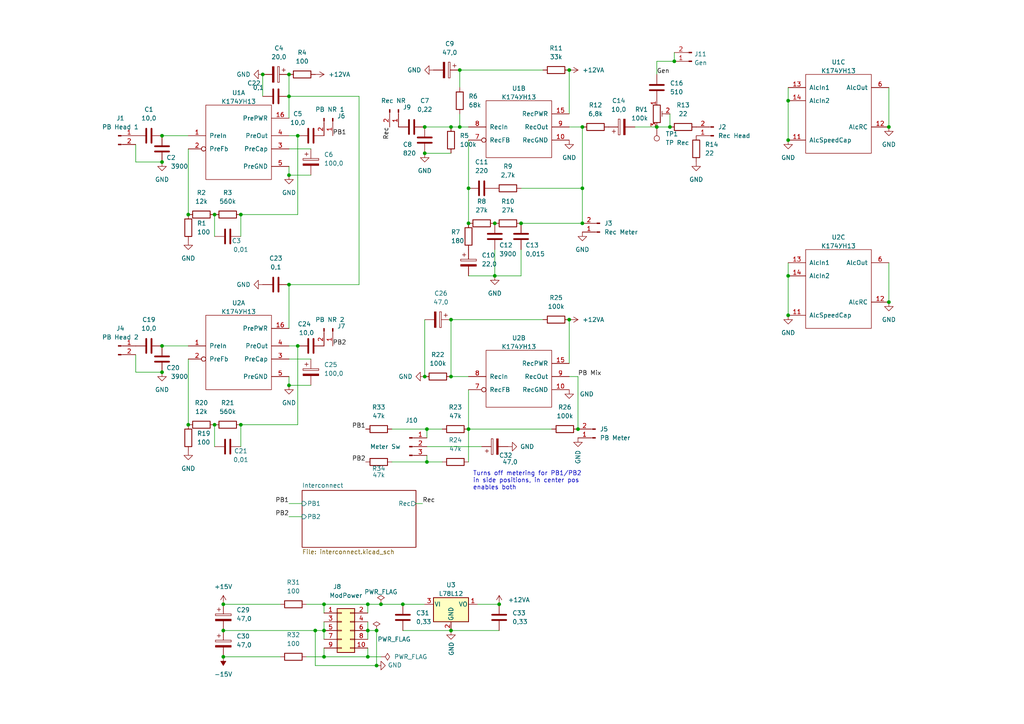
<source format=kicad_sch>
(kicad_sch (version 20211123) (generator eeschema)
  (paper "A4")
  (lib_symbols
    (symbol "Connector:Conn_01x02_Male" (pin_names (offset 1.016) hide)
      (property "Reference" "J" (at 0 2.54 0))
      (property "Value" "Conn_01x02_Male" (at 0 -5.08 0))
      (symbol "Conn_01x02_Male_1_1"
        (polyline (pts (xy 1.27 -2.54) (xy 0.8636 -2.54)) (stroke (width 0.1524)))
        (polyline (pts (xy 1.27 0) (xy 0.8636 0)) (stroke (width 0.1524)))
        (rectangle (start 0.8636 -2.413) (end 0 -2.667) (stroke (width 0.1524)) (fill (type outline)))
        (rectangle (start 0.8636 0.127) (end 0 -0.127) (stroke (width 0.1524)) (fill (type outline)))
        (pin passive line (at 5.08 0 180) (length 3.81) (name "Pin_1") (number "1"))
        (pin passive line (at 5.08 -2.54 180) (length 3.81) (name "Pin_2") (number "2"))
      )
    )
    (symbol "Connector:Conn_01x03_Male" (pin_names (offset 1.016) hide)
      (property "Reference" "J" (at 0 5.08 0))
      (property "Value" "Conn_01x03_Male" (at 0 -5.08 0))
      (symbol "Conn_01x03_Male_1_1"
        (polyline (pts (xy 1.27 -2.54) (xy 0.8636 -2.54)) (stroke (width 0.1524)))
        (polyline (pts (xy 1.27 0) (xy 0.8636 0)) (stroke (width 0.1524)))
        (polyline (pts (xy 1.27 2.54) (xy 0.8636 2.54)) (stroke (width 0.1524)))
        (rectangle (start 0.8636 -2.413) (end 0 -2.667) (stroke (width 0.1524)) (fill (type outline)))
        (rectangle (start 0.8636 0.127) (end 0 -0.127) (stroke (width 0.1524)) (fill (type outline)))
        (rectangle (start 0.8636 2.667) (end 0 2.413) (stroke (width 0.1524)) (fill (type outline)))
        (pin passive line (at 5.08 2.54 180) (length 3.81) (name "Pin_1") (number "1"))
        (pin passive line (at 5.08 0 180) (length 3.81) (name "Pin_2") (number "2"))
        (pin passive line (at 5.08 -2.54 180) (length 3.81) (name "Pin_3") (number "3"))
      )
    )
    (symbol "Connector:TestPoint" (pin_numbers hide) (pin_names (offset 0.762) hide)
      (property "Reference" "TP" (at 0 6.858 0))
      (property "Value" "TestPoint" (at 0 5.08 0))
      (symbol "TestPoint_0_1"
        (circle (center 0 3.302) (radius 0.762))
      )
      (symbol "TestPoint_1_1"
        (pin passive line (at 0 0 90) (length 2.54) (name "1") (number "1"))
      )
    )
    (symbol "Connector_Generic:Conn_02x05_Odd_Even" (pin_names (offset 1.016) hide)
      (property "Reference" "J" (at 1.27 7.62 0))
      (property "Value" "Conn_02x05_Odd_Even" (at 1.27 -7.62 0))
      (symbol "Conn_02x05_Odd_Even_1_1"
        (rectangle (start -1.27 -4.953) (end 0 -5.207) (stroke (width 0.1524)))
        (rectangle (start -1.27 -2.413) (end 0 -2.667) (stroke (width 0.1524)))
        (rectangle (start -1.27 0.127) (end 0 -0.127) (stroke (width 0.1524)))
        (rectangle (start -1.27 2.667) (end 0 2.413) (stroke (width 0.1524)))
        (rectangle (start -1.27 5.207) (end 0 4.953) (stroke (width 0.1524)))
        (rectangle (start -1.27 6.35) (end 3.81 -6.35) (stroke (width 0.254)) (fill (type background)))
        (rectangle (start 3.81 -4.953) (end 2.54 -5.207) (stroke (width 0.1524)))
        (rectangle (start 3.81 -2.413) (end 2.54 -2.667) (stroke (width 0.1524)))
        (rectangle (start 3.81 0.127) (end 2.54 -0.127) (stroke (width 0.1524)))
        (rectangle (start 3.81 2.667) (end 2.54 2.413) (stroke (width 0.1524)))
        (rectangle (start 3.81 5.207) (end 2.54 4.953) (stroke (width 0.1524)))
        (pin passive line (at -5.08 5.08 0) (length 3.81) (name "Pin_1") (number "1"))
        (pin passive line (at 7.62 -5.08 180) (length 3.81) (name "Pin_10") (number "10"))
        (pin passive line (at 7.62 5.08 180) (length 3.81) (name "Pin_2") (number "2"))
        (pin passive line (at -5.08 2.54 0) (length 3.81) (name "Pin_3") (number "3"))
        (pin passive line (at 7.62 2.54 180) (length 3.81) (name "Pin_4") (number "4"))
        (pin passive line (at -5.08 0 0) (length 3.81) (name "Pin_5") (number "5"))
        (pin passive line (at 7.62 0 180) (length 3.81) (name "Pin_6") (number "6"))
        (pin passive line (at -5.08 -2.54 0) (length 3.81) (name "Pin_7") (number "7"))
        (pin passive line (at 7.62 -2.54 180) (length 3.81) (name "Pin_8") (number "8"))
        (pin passive line (at -5.08 -5.08 0) (length 3.81) (name "Pin_9") (number "9"))
      )
    )
    (symbol "Device:C" (pin_numbers hide) (pin_names (offset 0.254))
      (property "Reference" "C" (at 0.635 2.54 0))
      (property "Value" "C" (at 0.635 -2.54 0))
      (symbol "C_0_1"
        (polyline (pts (xy -2.032 -0.762) (xy 2.032 -0.762)) (stroke (width 0.508)))
        (polyline (pts (xy -2.032 0.762) (xy 2.032 0.762)) (stroke (width 0.508)))
      )
      (symbol "C_1_1"
        (pin passive line (at 0 3.81 270) (length 2.794) (name "~") (number "1"))
        (pin passive line (at 0 -3.81 90) (length 2.794) (name "~") (number "2"))
      )
    )
    (symbol "Device:C_Polarized" (pin_numbers hide) (pin_names (offset 0.254))
      (property "Reference" "C" (at 0.635 2.54 0))
      (property "Value" "C_Polarized" (at 0.635 -2.54 0))
      (symbol "C_Polarized_0_1"
        (rectangle (start -2.286 0.508) (end 2.286 1.016))
        (polyline (pts (xy -1.778 2.286) (xy -0.762 2.286)))
        (polyline (pts (xy -1.27 2.794) (xy -1.27 1.778)))
        (rectangle (start 2.286 -0.508) (end -2.286 -1.016) (fill (type outline)))
      )
      (symbol "C_Polarized_1_1"
        (pin passive line (at 0 3.81 270) (length 2.794) (name "~") (number "1"))
        (pin passive line (at 0 -3.81 90) (length 2.794) (name "~") (number "2"))
      )
    )
    (symbol "Device:R" (pin_numbers hide) (pin_names (offset 0))
      (property "Reference" "R" (at 2.032 0 90))
      (property "Value" "R" (at 0 0 90))
      (symbol "R_0_1"
        (rectangle (start -1.016 -2.54) (end 1.016 2.54) (stroke (width 0.254)))
      )
      (symbol "R_1_1"
        (pin passive line (at 0 3.81 270) (length 1.27) (name "~") (number "1"))
        (pin passive line (at 0 -3.81 90) (length 1.27) (name "~") (number "2"))
      )
    )
    (symbol "Device:R_Potentiometer_Trim" (pin_names (offset 1.016) hide)
      (property "Reference" "RV" (at -4.445 0 90))
      (property "Value" "R_Potentiometer_Trim" (at -2.54 0 90))
      (symbol "R_Potentiometer_Trim_0_1"
        (polyline (pts (xy 1.524 0.762) (xy 1.524 -0.762)))
        (polyline (pts (xy 2.54 0) (xy 1.524 0)))
        (rectangle (start 1.016 2.54) (end -1.016 -2.54) (stroke (width 0.254)))
      )
      (symbol "R_Potentiometer_Trim_1_1"
        (pin passive line (at 0 3.81 270) (length 1.27) (name "1") (number "1"))
        (pin passive line (at 3.81 0 180) (length 1.27) (name "2") (number "2"))
        (pin passive line (at 0 -3.81 90) (length 1.27) (name "3") (number "3"))
      )
    )
    (symbol "Regulator_Linear:L78L12_TO92" (pin_names (offset 0.254))
      (property "Reference" "U" (at -3.81 3.175 0))
      (property "Value" "L78L12_TO92" (at 0 3.175 0))
      (symbol "L78L12_TO92_0_1"
        (rectangle (start -5.08 -5.08) (end 5.08 1.905) (stroke (width 0.254)) (fill (type background)))
      )
      (symbol "L78L12_TO92_1_1"
        (pin power_out line (at 7.62 0 180) (length 2.54) (name "VO") (number "1"))
        (pin power_in line (at 0 -7.62 90) (length 2.54) (name "GND") (number "2"))
        (pin power_in line (at -7.62 0 0) (length 2.54) (name "VI") (number "3"))
      )
    )
    (symbol "power:+12VA" (power) (pin_names (offset 0))
      (property "Value" "+12VA" (at 0 3.556 0))
      (symbol "+12VA_0_1"
        (polyline (pts (xy -0.762 1.27) (xy 0 2.54)))
        (polyline (pts (xy 0 0) (xy 0 2.54)))
        (polyline (pts (xy 0 2.54) (xy 0.762 1.27)))
      )
      (symbol "+12VA_1_1"
        (pin power_in line (at 0 0 90) (length 0) hide (name "+12VA") (number "1"))
      )
    )
    (symbol "power:+15V" (power) (pin_names (offset 0))
      (property "Value" "+15V" (at 0 3.556 0))
      (symbol "+15V_0_1"
        (polyline (pts (xy -0.762 1.27) (xy 0 2.54)))
        (polyline (pts (xy 0 0) (xy 0 2.54)))
        (polyline (pts (xy 0 2.54) (xy 0.762 1.27)))
      )
      (symbol "+15V_1_1"
        (pin power_in line (at 0 0 90) (length 0) hide (name "+15V") (number "1"))
      )
    )
    (symbol "power:-15V" (power) (pin_names (offset 0))
      (property "Value" "-15V" (at 0 3.81 0))
      (symbol "-15V_0_0"
        (pin power_in line (at 0 0 90) (length 0) hide (name "-15V") (number "1"))
      )
      (symbol "-15V_0_1"
        (polyline (pts (xy 0 0) (xy 0 1.27) (xy 0.762 1.27) (xy 0 2.54) (xy -0.762 1.27) (xy 0 1.27)) (fill (type outline)))
      )
    )
    (symbol "power:GND" (power) (pin_names (offset 0))
      (property "Value" "GND" (at 0 -3.81 0))
      (symbol "GND_0_1"
        (polyline (pts (xy 0 0) (xy 0 -1.27) (xy 1.27 -1.27) (xy 0 -2.54) (xy -1.27 -1.27) (xy 0 -1.27)))
      )
      (symbol "GND_1_1"
        (pin power_in line (at 0 0 270) (length 0) hide (name "GND") (number "1"))
      )
    )
    (symbol "power:PWR_FLAG" (power) (pin_numbers hide) (pin_names (offset 0) hide)
      (property "Value" "PWR_FLAG" (at 0 3.81 0))
      (symbol "PWR_FLAG_0_0"
        (pin power_out line (at 0 0 90) (length 0) (name "pwr") (number "1"))
      )
      (symbol "PWR_FLAG_0_1"
        (polyline (pts (xy 0 0) (xy 0 1.27) (xy -1.016 1.905) (xy 0 2.54) (xy 1.016 1.905) (xy 0 1.27)))
      )
    )
    (symbol "ussr_ic:К174УН13" (pin_names (offset 1.016))
      (property "Reference" "D" (at 0 21.59 0))
      (property "Value" "К174УН13" (at 0 19.05 0))
      (symbol "К174УН13_1_1"
        (rectangle (start -8.89 15.24) (end 10.16 -6.35))
        (pin input line (at -13.97 6.35 0) (length 5.08) (name "PreIn") (number "1"))
        (pin power_in line (at 15.24 11.43 180) (length 5.08) (name "PrePWR") (number "16"))
        (pin input inverted (at -13.97 2.54 0) (length 5.08) (name "PreFb") (number "2"))
        (pin output line (at 15.24 2.54 180) (length 5.08) (name "PreCap") (number "3"))
        (pin output line (at 15.24 6.35 180) (length 5.08) (name "PreOut") (number "4"))
        (pin power_in line (at 15.24 -2.54 180) (length 5.08) (name "PreGND") (number "5"))
      )
      (symbol "К174УН13_2_1"
        (rectangle (start 10.16 0) (end -8.89 16.51))
        (pin power_in line (at 15.24 5.08 180) (length 5.08) (name "RecGND") (number "10"))
        (pin power_in line (at 15.24 12.7 180) (length 5.08) (name "RecPWR") (number "15"))
        (pin input inverted (at -13.97 5.08 0) (length 5.08) (name "RecFB") (number "7"))
        (pin input line (at -13.97 8.89 0) (length 5.08) (name "RecIn") (number "8"))
        (pin output line (at 15.24 8.89 180) (length 5.08) (name "RecOut") (number "9"))
      )
      (symbol "К174УН13_3_1"
        (rectangle (start -8.89 15.24) (end 10.16 -7.62))
        (pin bidirectional line (at -13.97 -3.81 0) (length 5.08) (name "AlcSpeedCap") (number "11"))
        (pin output line (at 15.24 0 180) (length 5.08) (name "AlcRC") (number "12"))
        (pin input line (at -13.97 11.43 0) (length 5.08) (name "AlcIn1") (number "13"))
        (pin input line (at -13.97 7.62 0) (length 5.08) (name "AlcIn2") (number "14"))
        (pin open_collector line (at 15.24 11.43 180) (length 5.08) (name "AlcOut") (number "6"))
      )
    )
  )
  (junction (at 143.51 64.77))
  (junction (at 110.49 175.26))
  (junction (at 83.82 21.59))
  (junction (at 257.81 36.83))
  (junction (at 135.89 124.46))
  (junction (at 86.36 39.37))
  (junction (at 130.81 36.83))
  (junction (at 116.84 175.26))
  (junction (at 83.82 82.55))
  (junction (at 109.22 182.88))
  (junction (at 165.1 20.32))
  (junction (at 228.6 40.64))
  (junction (at 135.89 64.77))
  (junction (at 228.6 91.44))
  (junction (at 106.68 190.5))
  (junction (at 93.98 190.5))
  (junction (at 168.91 54.61))
  (junction (at 64.77 175.26))
  (junction (at 106.68 175.26))
  (junction (at 130.81 92.71))
  (junction (at 83.82 111.76))
  (junction (at 168.91 64.77))
  (junction (at 165.1 92.71))
  (junction (at 167.64 124.46))
  (junction (at 69.85 62.23))
  (junction (at 64.77 190.5))
  (junction (at 54.61 123.19))
  (junction (at 83.82 50.8))
  (junction (at 257.81 87.63))
  (junction (at 93.98 175.26))
  (junction (at 168.91 36.83))
  (junction (at 46.99 39.37))
  (junction (at 123.19 44.45))
  (junction (at 143.51 80.01))
  (junction (at 46.99 46.99))
  (junction (at 135.89 54.61))
  (junction (at 62.23 123.19))
  (junction (at 195.58 17.78))
  (junction (at 194.31 36.83))
  (junction (at 144.78 175.26))
  (junction (at 106.68 182.88))
  (junction (at 62.23 62.23))
  (junction (at 46.99 100.33))
  (junction (at 83.82 27.94))
  (junction (at 190.5 36.83))
  (junction (at 69.85 123.19))
  (junction (at 54.61 62.23))
  (junction (at 130.81 182.88))
  (junction (at 123.19 36.83))
  (junction (at 93.98 182.88))
  (junction (at 109.22 193.04))
  (junction (at 151.13 64.77))
  (junction (at 46.99 107.95))
  (junction (at 64.77 182.88))
  (junction (at 76.2 21.59))
  (junction (at 228.6 80.01))
  (junction (at 123.825 124.46))
  (junction (at 130.81 109.22))
  (junction (at 123.19 109.22))
  (junction (at 228.6 29.21))
  (junction (at 133.35 36.83))
  (junction (at 91.44 182.88))
  (junction (at 86.36 100.33))
  (junction (at 133.35 20.32))
  (junction (at 123.825 133.985))
  (wire (pts (xy 86.36 39.37) (xy 86.36 62.23)))
  (wire (pts (xy 106.68 182.88) (xy 106.68 185.42)))
  (wire (pts (xy 83.82 39.37) (xy 86.36 39.37)))
  (wire (pts (xy 39.37 107.95) (xy 46.99 107.95)))
  (wire (pts (xy 133.35 20.32) (xy 133.35 25.4)))
  (wire (pts (xy 168.91 64.77) (xy 168.91 54.61)))
  (wire (pts (xy 167.64 109.22) (xy 165.1 109.22)))
  (wire (pts (xy 123.19 92.71) (xy 123.19 109.22)))
  (wire (pts (xy 151.13 64.77) (xy 168.91 64.77)))
  (wire (pts (xy 113.665 124.46) (xy 123.825 124.46)))
  (wire (pts (xy 151.13 80.01) (xy 143.51 80.01)))
  (wire (pts (xy 106.68 175.26) (xy 110.49 175.26)))
  (wire (pts (xy 151.13 54.61) (xy 168.91 54.61)))
  (wire (pts (xy 257.81 76.2) (xy 257.81 87.63)))
  (wire (pts (xy 168.91 54.61) (xy 168.91 36.83)))
  (wire (pts (xy 83.82 43.18) (xy 90.17 43.18)))
  (wire (pts (xy 184.15 36.83) (xy 190.5 36.83)))
  (wire (pts (xy 116.84 175.26) (xy 123.19 175.26)))
  (wire (pts (xy 135.89 113.03) (xy 135.89 124.46)))
  (wire (pts (xy 133.35 33.02) (xy 133.35 36.83)))
  (wire (pts (xy 120.65 146.05) (xy 122.555 146.05)))
  (wire (pts (xy 151.13 72.39) (xy 151.13 80.01)))
  (wire (pts (xy 135.89 36.83) (xy 133.35 36.83)))
  (wire (pts (xy 54.61 104.14) (xy 54.61 123.19)))
  (wire (pts (xy 88.9 190.5) (xy 93.98 190.5)))
  (wire (pts (xy 123.825 127) (xy 123.825 124.46)))
  (wire (pts (xy 39.37 102.87) (xy 39.37 107.95)))
  (wire (pts (xy 69.85 62.23) (xy 69.85 68.58)))
  (wire (pts (xy 228.6 29.21) (xy 228.6 40.64)))
  (wire (pts (xy 64.77 175.26) (xy 81.28 175.26)))
  (wire (pts (xy 83.82 146.05) (xy 87.63 146.05)))
  (wire (pts (xy 93.98 175.26) (xy 106.68 175.26)))
  (wire (pts (xy 109.22 182.88) (xy 109.22 193.04)))
  (wire (pts (xy 64.77 190.5) (xy 81.28 190.5)))
  (wire (pts (xy 83.82 82.55) (xy 83.82 95.25)))
  (wire (pts (xy 83.82 149.86) (xy 87.63 149.86)))
  (wire (pts (xy 39.37 46.99) (xy 46.99 46.99)))
  (wire (pts (xy 123.825 133.985) (xy 123.825 132.08)))
  (wire (pts (xy 143.51 80.01) (xy 135.89 80.01)))
  (wire (pts (xy 91.44 193.04) (xy 91.44 182.88)))
  (wire (pts (xy 64.77 182.88) (xy 91.44 182.88)))
  (wire (pts (xy 113.665 133.985) (xy 123.825 133.985)))
  (wire (pts (xy 106.68 180.34) (xy 106.68 182.88)))
  (wire (pts (xy 165.1 20.32) (xy 165.1 33.02)))
  (wire (pts (xy 83.82 109.22) (xy 83.82 111.76)))
  (wire (pts (xy 104.14 27.94) (xy 83.82 27.94)))
  (wire (pts (xy 106.68 182.88) (xy 109.22 182.88)))
  (wire (pts (xy 123.825 124.46) (xy 128.27 124.46)))
  (wire (pts (xy 104.14 82.55) (xy 104.14 27.94)))
  (wire (pts (xy 83.82 100.33) (xy 86.36 100.33)))
  (wire (pts (xy 86.36 100.33) (xy 86.36 123.19)))
  (wire (pts (xy 123.19 36.83) (xy 130.81 36.83)))
  (wire (pts (xy 83.82 21.59) (xy 83.82 27.94)))
  (wire (pts (xy 138.43 175.26) (xy 144.78 175.26)))
  (wire (pts (xy 167.64 124.46) (xy 167.64 109.22)))
  (wire (pts (xy 86.36 123.19) (xy 69.85 123.19)))
  (wire (pts (xy 195.58 17.78) (xy 190.5 17.78)))
  (wire (pts (xy 83.82 82.55) (xy 104.14 82.55)))
  (wire (pts (xy 123.19 44.45) (xy 130.81 44.45)))
  (wire (pts (xy 86.36 62.23) (xy 69.85 62.23)))
  (wire (pts (xy 257.81 25.4) (xy 257.81 36.83)))
  (wire (pts (xy 190.5 17.78) (xy 190.5 21.59)))
  (wire (pts (xy 62.23 123.19) (xy 62.23 129.54)))
  (wire (pts (xy 106.68 175.26) (xy 106.68 177.8)))
  (wire (pts (xy 123.825 129.54) (xy 139.7 129.54)))
  (wire (pts (xy 135.89 40.64) (xy 135.89 54.61)))
  (wire (pts (xy 168.91 36.83) (xy 165.1 36.83)))
  (wire (pts (xy 106.68 190.5) (xy 93.98 190.5)))
  (wire (pts (xy 194.31 36.83) (xy 190.5 36.83)))
  (wire (pts (xy 39.37 41.91) (xy 39.37 46.99)))
  (wire (pts (xy 83.82 48.26) (xy 83.82 50.8)))
  (wire (pts (xy 91.44 182.88) (xy 93.98 182.88)))
  (wire (pts (xy 83.82 104.14) (xy 90.17 104.14)))
  (wire (pts (xy 130.81 36.83) (xy 133.35 36.83)))
  (wire (pts (xy 135.89 54.61) (xy 135.89 64.77)))
  (wire (pts (xy 62.23 62.23) (xy 62.23 68.58)))
  (wire (pts (xy 228.6 25.4) (xy 228.6 29.21)))
  (wire (pts (xy 93.98 190.5) (xy 93.98 187.96)))
  (wire (pts (xy 194.31 33.02) (xy 194.31 36.83)))
  (wire (pts (xy 135.89 124.46) (xy 160.02 124.46)))
  (wire (pts (xy 83.82 27.94) (xy 83.82 34.29)))
  (wire (pts (xy 88.9 175.26) (xy 93.98 175.26)))
  (wire (pts (xy 133.35 20.32) (xy 157.48 20.32)))
  (wire (pts (xy 228.6 76.2) (xy 228.6 80.01)))
  (wire (pts (xy 130.81 92.71) (xy 130.81 109.22)))
  (wire (pts (xy 165.1 92.71) (xy 165.1 105.41)))
  (wire (pts (xy 93.98 180.34) (xy 93.98 182.88)))
  (wire (pts (xy 106.68 190.5) (xy 110.49 190.5)))
  (wire (pts (xy 130.81 109.22) (xy 135.89 109.22)))
  (wire (pts (xy 135.89 124.46) (xy 135.89 133.985)))
  (wire (pts (xy 130.81 92.71) (xy 157.48 92.71)))
  (wire (pts (xy 109.22 193.04) (xy 91.44 193.04)))
  (wire (pts (xy 195.58 15.24) (xy 195.58 17.78)))
  (wire (pts (xy 106.68 187.96) (xy 106.68 190.5)))
  (wire (pts (xy 69.85 123.19) (xy 69.85 129.54)))
  (wire (pts (xy 46.99 39.37) (xy 54.61 39.37)))
  (wire (pts (xy 143.51 72.39) (xy 143.51 80.01)))
  (wire (pts (xy 110.49 175.26) (xy 116.84 175.26)))
  (wire (pts (xy 130.81 182.88) (xy 144.78 182.88)))
  (wire (pts (xy 93.98 177.8) (xy 93.98 175.26)))
  (wire (pts (xy 46.99 100.33) (xy 54.61 100.33)))
  (wire (pts (xy 83.82 50.8) (xy 90.17 50.8)))
  (wire (pts (xy 228.6 80.01) (xy 228.6 91.44)))
  (wire (pts (xy 123.825 133.985) (xy 128.27 133.985)))
  (wire (pts (xy 76.2 21.59) (xy 76.2 27.94)))
  (wire (pts (xy 83.82 111.76) (xy 90.17 111.76)))
  (wire (pts (xy 116.84 182.88) (xy 130.81 182.88)))
  (wire (pts (xy 93.98 182.88) (xy 93.98 185.42)))
  (wire (pts (xy 54.61 43.18) (xy 54.61 62.23)))
  (text "Turns off metering for PB1/PB2\nin side positions, in center pos\nenables both" (at 137.16 142.24 0) (effects (font (size 1.27 1.27)) (justify left bottom)))
  (label "PB Mix" (at 167.64 109.22 0))
  (label "Gen" (at 190.5 21.59 0))
  (label "PB2" (at 96.52 100.33 0))
  (label "Rec" (at 113.03 36.83 270))
  (label "PB2" (at 83.82 149.86 180))
  (label "PB1" (at 83.82 146.05 180))
  (label "PB2" (at 106.045 133.985 180))
  (label "PB1" (at 96.52 39.37 0))
  (label "Rec" (at 122.555 146.05 0))
  (label "PB1" (at 106.045 124.46 180))
  (symbol (lib_id "power:GND") (at 130.81 182.88 0) (unit 1)
    (property "Reference" "#PWR0106" (effects hide))
    (property "Value" "GND" (at 130.937 186.1312 90) (effects (justify right)))
  )
  (symbol (lib_id "ussr_ic:К174УН13") (at 242.57 87.63 0) (unit 3)
    (property "Reference" "U2" (at 243.205 68.8172 0))
    (property "Value" "К174УН13" (at 243.205 71.3541 0))
    (property "Footprint" "Package_DIP:DIP-16_W7.62mm_LongPads" (effects hide))
  )
  (symbol (lib_id "ussr_ic:К174УН13") (at 242.57 36.83 0) (unit 3)
    (property "Reference" "U1" (at 243.205 18.0172 0))
    (property "Value" "К174УН13" (at 243.205 20.5541 0))
    (property "Footprint" "Package_DIP:DIP-16_W7.62mm_LongPads" (effects hide))
  )
  (symbol (lib_id "power:GND") (at 123.19 109.22 270) (unit 1)
    (property "Reference" "#PWR018" (effects hide))
    (property "Value" "GND" (at 115.57 109.22 90) (effects (justify left)))
  )
  (symbol (lib_id "power:GND") (at 201.93 46.99 0) (unit 1)
    (property "Reference" "#PWR011" (effects hide))
    (property "Value" "GND" (at 201.93 52.07 0))
  )
  (symbol (lib_id "Connector_Generic:Conn_02x05_Odd_Even") (at 99.06 182.88 0) (unit 1)
    (property "Reference" "J8" (at 97.79 170.18 0))
    (property "Value" "ModPower" (at 100.33 172.72 0))
    (property "Footprint" "Connector_PinHeader_2.54mm:PinHeader_2x05_P2.54mm_Vertical" (effects hide))
  )
  (symbol (lib_id "Device:R_Potentiometer_Trim") (at 190.5 33.02 0) (unit 1)
    (property "Reference" "RV1" (at 187.96 31.7499 0) (effects (justify right)))
    (property "Value" "100k" (at 187.96 34.2899 0) (effects (justify right)))
    (property "Footprint" "Potentiometer_THT:Potentiometer_Runtron_RM-065_Vertical" (effects hide))
  )
  (symbol (lib_id "Device:C") (at 43.18 39.37 90) (unit 1)
    (property "Reference" "C1" (at 43.18 31.75 90))
    (property "Value" "10,0" (at 43.18 34.29 90))
    (property "Footprint" "Capacitor_SMD:C_0805_2012Metric_Pad1.18x1.45mm_HandSolder" (effects hide))
  )
  (symbol (lib_id "ussr_ic:К174УН13") (at 68.58 45.72 0) (unit 1)
    (property "Reference" "U1" (at 69.215 26.9072 0))
    (property "Value" "К174УН13" (at 69.215 29.4441 0))
    (property "Footprint" "Package_DIP:DIP-16_W7.62mm_LongPads" (effects hide))
  )
  (symbol (lib_id "power:+12VA") (at 144.78 175.26 0) (unit 1)
    (property "Reference" "#PWR0107" (effects hide))
    (property "Value" "+12VA" (at 147.32 173.9899 0) (effects (justify left)))
  )
  (symbol (lib_id "power:GND") (at 54.61 69.85 0) (unit 1)
    (property "Reference" "#PWR02" (effects hide))
    (property "Value" "GND" (at 54.61 74.93 0))
  )
  (symbol (lib_id "Device:R") (at 54.61 127 0) (unit 1)
    (property "Reference" "R19" (at 57.15 125.7299 0) (effects (justify left)))
    (property "Value" "100" (at 57.15 128.2699 0) (effects (justify left)))
    (property "Footprint" "Resistor_SMD:R_1206_3216Metric_Pad1.30x1.75mm_HandSolder" (effects hide))
  )
  (symbol (lib_id "Connector:Conn_01x02_Male") (at 173.99 67.31 180) (unit 1)
    (property "Reference" "J3" (at 175.26 64.7699 0) (effects (justify right)))
    (property "Value" "Rec Meter" (at 175.26 67.3099 0) (effects (justify right)))
    (property "Footprint" "Connector_PinHeader_2.54mm:PinHeader_1x02_P2.54mm_Vertical" (effects hide))
  )
  (symbol (lib_id "Connector:Conn_01x02_Male") (at 200.66 17.78 180) (unit 1)
    (property "Reference" "J11" (at 201.3712 15.6753 0) (effects (justify right)))
    (property "Value" "Gen" (at 201.3712 18.2122 0) (effects (justify right)))
    (property "Footprint" "Connector_PinHeader_2.54mm:PinHeader_1x02_P2.54mm_Vertical" (effects hide))
  )
  (symbol (lib_id "Device:C") (at 116.84 179.07 180) (unit 1)
    (property "Reference" "C31" (at 120.65 177.7999 0) (effects (justify right)))
    (property "Value" "0,33" (at 120.65 180.3399 0) (effects (justify right)))
    (property "Footprint" "Capacitor_SMD:C_0805_2012Metric_Pad1.18x1.45mm_HandSolder" (effects hide))
  )
  (symbol (lib_id "Device:C_Polarized") (at 64.77 186.69 0) (unit 1)
    (property "Reference" "C30" (at 68.58 184.5309 0) (effects (justify left)))
    (property "Value" "47,0" (at 68.58 187.0709 0) (effects (justify left)))
    (property "Footprint" "Capacitor_THT:CP_Radial_D6.3mm_P2.50mm" (effects hide))
  )
  (symbol (lib_id "power:+12VA") (at 165.1 20.32 270) (unit 1)
    (property "Reference" "#PWR09" (effects hide))
    (property "Value" "+12VA" (at 168.91 20.3199 90) (effects (justify left)))
  )
  (symbol (lib_id "Device:R") (at 198.12 36.83 270) (unit 1)
    (property "Reference" "R13" (at 198.12 30.48 90))
    (property "Value" "22" (at 198.12 33.02 90))
    (property "Footprint" "Resistor_THT:R_Axial_DIN0309_L9.0mm_D3.2mm_P2.54mm_Vertical" (effects hide))
  )
  (symbol (lib_id "Device:R") (at 109.855 133.985 270) (unit 1)
    (property "Reference" "R34" (at 109.855 135.89 90))
    (property "Value" "47k" (at 109.855 137.795 90))
    (property "Footprint" "Resistor_SMD:R_1206_3216Metric_Pad1.30x1.75mm_HandSolder" (effects hide))
  )
  (symbol (lib_id "Connector:Conn_01x02_Male") (at 96.52 34.29 270) (unit 1)
    (property "Reference" "J6" (at 97.79 33.6549 90) (effects (justify left)))
    (property "Value" "PB NR 1" (at 91.44 31.75 90) (effects (justify left)))
    (property "Footprint" "Connector_PinHeader_2.54mm:PinHeader_1x02_P2.54mm_Vertical" (effects hide))
  )
  (symbol (lib_id "Device:C") (at 46.99 43.18 0) (unit 1)
    (property "Reference" "C2" (at 48.26 45.72 0) (effects (justify left)))
    (property "Value" "3900" (at 49.53 48.26 0) (effects (justify left)))
    (property "Footprint" "Capacitor_SMD:C_0805_2012Metric_Pad1.18x1.45mm_HandSolder" (effects hide))
  )
  (symbol (lib_id "Device:R") (at 139.7 64.77 90) (unit 1)
    (property "Reference" "R8" (at 139.7 58.42 90))
    (property "Value" "27k" (at 139.7 60.96 90))
    (property "Footprint" "Resistor_SMD:R_1206_3216Metric_Pad1.30x1.75mm_HandSolder" (effects hide))
  )
  (symbol (lib_id "power:+12VA") (at 165.1 92.71 270) (unit 1)
    (property "Reference" "#PWR019" (effects hide))
    (property "Value" "+12VA" (at 168.91 92.7099 90) (effects (justify left)))
  )
  (symbol (lib_id "Device:R") (at 130.81 40.64 180) (unit 1)
    (property "Reference" "R5" (at 133.35 39.3699 0) (effects (justify right)))
    (property "Value" "100k" (at 133.35 41.9099 0) (effects (justify right)))
    (property "Footprint" "Resistor_SMD:R_1206_3216Metric_Pad1.30x1.75mm_HandSolder" (effects hide))
  )
  (symbol (lib_id "power:GND") (at 123.19 44.45 0) (unit 1)
    (property "Reference" "#PWR06" (effects hide))
    (property "Value" "GND" (at 123.19 49.53 0))
  )
  (symbol (lib_id "power:GND") (at 143.51 80.01 0) (unit 1)
    (property "Reference" "#PWR08" (effects hide))
    (property "Value" "GND" (at 143.51 85.09 0))
  )
  (symbol (lib_id "ussr_ic:К174УН13") (at 149.86 45.72 0) (unit 2)
    (property "Reference" "U1" (at 150.495 25.6372 0))
    (property "Value" "К174УН13" (at 150.495 28.1741 0))
    (property "Footprint" "Package_DIP:DIP-16_W7.62mm_LongPads" (effects hide))
  )
  (symbol (lib_id "power:GND") (at 167.64 127 0) (unit 1)
    (property "Reference" "#PWR0101" (effects hide))
    (property "Value" "GND" (at 167.64 134.62 90) (effects (justify left)))
  )
  (symbol (lib_id "Device:R") (at 132.08 133.985 270) (unit 1)
    (property "Reference" "R24" (at 132.08 127.635 90))
    (property "Value" "47k" (at 132.08 130.175 90))
    (property "Footprint" "Resistor_SMD:R_1206_3216Metric_Pad1.30x1.75mm_HandSolder" (effects hide))
  )
  (symbol (lib_id "Connector:Conn_01x02_Male") (at 34.29 39.37 0) (unit 1)
    (property "Reference" "J1" (at 34.925 34.29 0))
    (property "Value" "PB Head 1" (at 34.925 36.83 0))
    (property "Footprint" "Connector_PinHeader_2.54mm:PinHeader_1x02_P2.54mm_Vertical" (effects hide))
  )
  (symbol (lib_id "Connector:Conn_01x02_Male") (at 96.52 95.25 270) (unit 1)
    (property "Reference" "J7" (at 97.79 94.6149 90) (effects (justify left)))
    (property "Value" "PB NR 2" (at 91.44 92.71 90) (effects (justify left)))
    (property "Footprint" "Connector_PinHeader_2.54mm:PinHeader_1x02_P2.54mm_Vertical" (effects hide))
  )
  (symbol (lib_id "Device:R") (at 66.04 62.23 90) (unit 1)
    (property "Reference" "R3" (at 66.04 55.88 90))
    (property "Value" "560k" (at 66.04 58.42 90))
    (property "Footprint" "Resistor_SMD:R_1206_3216Metric_Pad1.30x1.75mm_HandSolder" (effects hide))
  )
  (symbol (lib_id "power:GND") (at 257.81 36.83 0) (unit 1)
    (property "Reference" "#PWR0123" (effects hide))
    (property "Value" "GND" (at 257.81 41.91 0))
  )
  (symbol (lib_id "power:PWR_FLAG") (at 110.49 190.5 270) (unit 1)
    (property "Reference" "#FLG0102" (effects hide))
    (property "Value" "PWR_FLAG" (at 114.3 190.4999 90) (effects (justify left)))
  )
  (symbol (lib_id "power:GND") (at 228.6 40.64 0) (unit 1)
    (property "Reference" "#PWR0122" (effects hide))
    (property "Value" "GND" (at 228.6 45.72 0))
  )
  (symbol (lib_id "Device:R") (at 161.29 20.32 90) (unit 1)
    (property "Reference" "R11" (at 161.29 13.97 90))
    (property "Value" "33k" (at 161.29 16.51 90))
    (property "Footprint" "Resistor_SMD:R_1206_3216Metric_Pad1.30x1.75mm_HandSolder" (effects hide))
  )
  (symbol (lib_id "Device:C_Polarized") (at 127 92.71 270) (unit 1)
    (property "Reference" "C26" (at 127.889 85.09 90))
    (property "Value" "47,0" (at 127.889 87.63 90))
    (property "Footprint" "Capacitor_THT:CP_Radial_D6.3mm_P2.50mm" (effects hide))
  )
  (symbol (lib_id "Device:C_Polarized") (at 143.51 129.54 90) (unit 1)
    (property "Reference" "C32" (at 146.685 132.08 90))
    (property "Value" "47,0" (at 147.955 133.985 90))
    (property "Footprint" "Capacitor_THT:CP_Radial_D6.3mm_P2.50mm" (effects hide))
  )
  (symbol (lib_id "Device:R") (at 58.42 123.19 90) (unit 1)
    (property "Reference" "R20" (at 58.42 116.84 90))
    (property "Value" "12k" (at 58.42 119.38 90))
    (property "Footprint" "Resistor_SMD:R_1206_3216Metric_Pad1.30x1.75mm_HandSolder" (effects hide))
  )
  (symbol (lib_id "Device:C") (at 190.5 25.4 180) (unit 1)
    (property "Reference" "C16" (at 194.31 24.1299 0) (effects (justify right)))
    (property "Value" "510" (at 194.31 26.6699 0) (effects (justify right)))
    (property "Footprint" "Capacitor_SMD:C_0805_2012Metric_Pad1.18x1.45mm_HandSolder" (effects hide))
  )
  (symbol (lib_id "Device:R") (at 66.04 123.19 90) (unit 1)
    (property "Reference" "R21" (at 66.04 116.84 90))
    (property "Value" "560k" (at 66.04 119.38 90))
    (property "Footprint" "Resistor_SMD:R_1206_3216Metric_Pad1.30x1.75mm_HandSolder" (effects hide))
  )
  (symbol (lib_id "Device:C") (at 151.13 68.58 0) (unit 1)
    (property "Reference" "C13" (at 152.4 71.12 0) (effects (justify left)))
    (property "Value" "0,015" (at 152.4 73.66 0) (effects (justify left)))
    (property "Footprint" "Capacitor_SMD:C_0805_2012Metric_Pad1.18x1.45mm_HandSolder" (effects hide))
  )
  (symbol (lib_id "Device:C") (at 66.04 129.54 90) (unit 1)
    (property "Reference" "C21" (at 69.85 130.81 90))
    (property "Value" "0,01" (at 69.85 133.35 90))
    (property "Footprint" "Capacitor_SMD:C_0805_2012Metric_Pad1.18x1.45mm_HandSolder" (effects hide))
  )
  (symbol (lib_id "Device:R") (at 163.83 124.46 270) (unit 1)
    (property "Reference" "R26" (at 163.83 118.11 90))
    (property "Value" "100k" (at 163.83 120.65 90))
    (property "Footprint" "Resistor_SMD:R_1206_3216Metric_Pad1.30x1.75mm_HandSolder" (effects hide))
  )
  (symbol (lib_id "power:GND") (at 165.1 113.03 0) (unit 1)
    (property "Reference" "#PWR020" (effects hide))
    (property "Value" "GND" (at 170.18 114.3 0))
  )
  (symbol (lib_id "power:GND") (at 165.1 40.64 0) (unit 1)
    (property "Reference" "#PWR010" (effects hide))
    (property "Value" "GND" (at 165.1 45.72 0))
  )
  (symbol (lib_id "Connector:Conn_01x02_Male") (at 172.72 127 180) (unit 1)
    (property "Reference" "J5" (at 173.99 124.4599 0) (effects (justify right)))
    (property "Value" "PB Meter" (at 173.99 126.9999 0) (effects (justify right)))
    (property "Footprint" "Connector_PinHeader_2.54mm:PinHeader_1x02_P2.54mm_Vertical" (effects hide))
  )
  (symbol (lib_id "power:PWR_FLAG") (at 110.49 175.26 0) (unit 1)
    (property "Reference" "#FLG0103" (effects hide))
    (property "Value" "PWR_FLAG" (at 110.49 171.6842 0))
  )
  (symbol (lib_id "power:GND") (at 168.91 67.31 0) (unit 1)
    (property "Reference" "#PWR0102" (effects hide))
    (property "Value" "GND" (at 168.91 72.39 0))
  )
  (symbol (lib_id "Connector:Conn_01x03_Male") (at 118.745 129.54 0) (unit 1)
    (property "Reference" "J10" (at 119.38 121.92 0))
    (property "Value" "Meter Sw" (at 111.76 129.54 0))
    (property "Footprint" "Connector_PinHeader_2.54mm:PinHeader_1x03_P2.54mm_Vertical" (effects hide))
  )
  (symbol (lib_id "Device:R") (at 54.61 66.04 0) (unit 1)
    (property "Reference" "R1" (at 57.15 64.7699 0) (effects (justify left)))
    (property "Value" "100" (at 57.15 67.3099 0) (effects (justify left)))
    (property "Footprint" "Resistor_SMD:R_1206_3216Metric_Pad1.30x1.75mm_HandSolder" (effects hide))
  )
  (symbol (lib_id "Device:C") (at 139.7 54.61 90) (unit 1)
    (property "Reference" "C11" (at 139.7 46.99 90))
    (property "Value" "220" (at 139.7 49.53 90))
    (property "Footprint" "Capacitor_SMD:C_0805_2012Metric_Pad1.18x1.45mm_HandSolder" (effects hide))
  )
  (symbol (lib_id "Device:C_Polarized") (at 90.17 107.95 0) (unit 1)
    (property "Reference" "C25" (at 93.98 105.7909 0) (effects (justify left)))
    (property "Value" "100,0" (at 93.98 108.3309 0) (effects (justify left)))
    (property "Footprint" "Capacitor_THT:CP_Radial_D7.5mm_P2.50mm" (effects hide))
  )
  (symbol (lib_id "Device:C_Polarized") (at 129.54 20.32 270) (unit 1)
    (property "Reference" "C9" (at 130.429 12.7 90))
    (property "Value" "47,0" (at 130.429 15.24 90))
    (property "Footprint" "Capacitor_THT:CP_Radial_D6.3mm_P2.50mm" (effects hide))
  )
  (symbol (lib_id "Device:C_Polarized") (at 64.77 179.07 0) (unit 1)
    (property "Reference" "C29" (at 68.58 176.9109 0) (effects (justify left)))
    (property "Value" "47,0" (at 68.58 179.4509 0) (effects (justify left)))
    (property "Footprint" "Capacitor_THT:CP_Radial_D6.3mm_P2.50mm" (effects hide))
  )
  (symbol (lib_id "Device:C") (at 80.01 27.94 90) (unit 1)
    (property "Reference" "C22" (at 73.66 24.13 90))
    (property "Value" "0,1" (at 74.93 25.4 90))
    (property "Footprint" "Capacitor_SMD:C_1206_3216Metric_Pad1.33x1.80mm_HandSolder" (effects hide))
  )
  (symbol (lib_id "power:GND") (at 83.82 50.8 0) (unit 1)
    (property "Reference" "#PWR04" (effects hide))
    (property "Value" "GND" (at 83.82 55.88 0))
  )
  (symbol (lib_id "Connector:Conn_01x02_Male") (at 207.01 39.37 180) (unit 1)
    (property "Reference" "J2" (at 208.28 36.8299 0) (effects (justify right)))
    (property "Value" "Rec Head" (at 208.28 39.3699 0) (effects (justify right)))
    (property "Footprint" "Connector_PinHeader_2.54mm:PinHeader_1x02_P2.54mm_Vertical" (effects hide))
  )
  (symbol (lib_id "power:GND") (at 147.32 129.54 90) (unit 1)
    (property "Reference" "#PWR0104" (effects hide))
    (property "Value" "GND" (at 154.94 129.54 90) (effects (justify left)))
  )
  (symbol (lib_id "Device:R") (at 147.32 64.77 90) (unit 1)
    (property "Reference" "R10" (at 147.32 58.42 90))
    (property "Value" "27k" (at 147.32 60.96 90))
    (property "Footprint" "Resistor_SMD:R_1206_3216Metric_Pad1.30x1.75mm_HandSolder" (effects hide))
  )
  (symbol (lib_id "power:GND") (at 54.61 130.81 0) (unit 1)
    (property "Reference" "#PWR015" (effects hide))
    (property "Value" "GND" (at 54.61 135.89 0))
  )
  (symbol (lib_id "power:GND") (at 76.2 82.55 270) (unit 1)
    (property "Reference" "#PWR016" (effects hide))
    (property "Value" "GND" (at 68.58 82.55 90) (effects (justify left)))
  )
  (symbol (lib_id "Device:R") (at 87.63 21.59 90) (unit 1)
    (property "Reference" "R4" (at 87.63 15.24 90))
    (property "Value" "100" (at 87.63 17.78 90))
    (property "Footprint" "Resistor_SMD:R_1206_3216Metric_Pad1.30x1.75mm_HandSolder" (effects hide))
  )
  (symbol (lib_id "Connector:Conn_01x02_Male") (at 34.29 100.33 0) (unit 1)
    (property "Reference" "J4" (at 34.925 95.25 0))
    (property "Value" "PB Head 2" (at 34.925 97.79 0))
    (property "Footprint" "Connector_PinHeader_2.54mm:PinHeader_1x02_P2.54mm_Vertical" (effects hide))
  )
  (symbol (lib_id "Device:R") (at 85.09 175.26 90) (unit 1)
    (property "Reference" "R31" (at 85.09 168.91 90))
    (property "Value" "100" (at 85.09 171.45 90))
    (property "Footprint" "Resistor_SMD:R_1206_3216Metric_Pad1.30x1.75mm_HandSolder" (effects hide))
  )
  (symbol (lib_id "Device:C") (at 46.99 104.14 0) (unit 1)
    (property "Reference" "C20" (at 48.26 106.68 0) (effects (justify left)))
    (property "Value" "3900" (at 49.53 109.22 0) (effects (justify left)))
    (property "Footprint" "Capacitor_SMD:C_0805_2012Metric_Pad1.18x1.45mm_HandSolder" (effects hide))
  )
  (symbol (lib_id "ussr_ic:К174УН13") (at 68.58 106.68 0) (unit 1)
    (property "Reference" "U2" (at 69.215 87.8672 0))
    (property "Value" "К174УН13" (at 69.215 90.4041 0))
    (property "Footprint" "Package_DIP:DIP-16_W7.62mm_LongPads" (effects hide))
  )
  (symbol (lib_id "power:GND") (at 125.73 20.32 270) (unit 1)
    (property "Reference" "#PWR07" (effects hide))
    (property "Value" "GND" (at 118.11 20.32 90) (effects (justify left)))
  )
  (symbol (lib_id "power:-15V") (at 64.77 190.5 180) (unit 1)
    (property "Reference" "#PWR0108" (effects hide))
    (property "Value" "-15V" (at 64.77 195.58 0))
  )
  (symbol (lib_id "Device:C_Polarized") (at 135.89 76.2 0) (unit 1)
    (property "Reference" "C10" (at 139.7 74.0409 0) (effects (justify left)))
    (property "Value" "22,0" (at 139.7 76.5809 0) (effects (justify left)))
    (property "Footprint" "Capacitor_SMD:C_0805_2012Metric_Pad1.18x1.45mm_HandSolder" (effects hide))
  )
  (symbol (lib_id "Device:R") (at 161.29 92.71 270) (unit 1)
    (property "Reference" "R25" (at 161.29 86.36 90))
    (property "Value" "100k" (at 161.29 88.9 90))
    (property "Footprint" "Resistor_SMD:R_1206_3216Metric_Pad1.30x1.75mm_HandSolder" (effects hide))
  )
  (symbol (lib_id "Device:C") (at 43.18 100.33 90) (unit 1)
    (property "Reference" "C19" (at 43.18 92.71 90))
    (property "Value" "10,0" (at 43.18 95.25 90))
    (property "Footprint" "Capacitor_SMD:C_0805_2012Metric_Pad1.18x1.45mm_HandSolder" (effects hide))
  )
  (symbol (lib_id "power:GND") (at 228.6 91.44 0) (unit 1)
    (property "Reference" "#PWR0103" (effects hide))
    (property "Value" "GND" (at 228.6 96.52 0))
  )
  (symbol (lib_id "power:GND") (at 109.22 193.04 90) (unit 1)
    (property "Reference" "#PWR0105" (effects hide))
    (property "Value" "GND" (at 112.4712 192.913 90) (effects (justify right)))
  )
  (symbol (lib_id "Device:R") (at 85.09 190.5 90) (unit 1)
    (property "Reference" "R32" (at 85.09 184.15 90))
    (property "Value" "100" (at 85.09 186.69 90))
    (property "Footprint" "Resistor_SMD:R_1206_3216Metric_Pad1.30x1.75mm_HandSolder" (effects hide))
  )
  (symbol (lib_id "Connector:TestPoint") (at 190.5 36.83 180) (unit 1)
    (property "Reference" "TP1" (at 193.04 38.8619 0) (effects (justify right)))
    (property "Value" "TP Rec" (at 193.04 41.4019 0) (effects (justify right)))
    (property "Footprint" "Connector_PinHeader_2.54mm:PinHeader_1x01_P2.54mm_Vertical" (effects hide))
  )
  (symbol (lib_id "Device:C") (at 90.17 100.33 90) (unit 1)
    (property "Reference" "C24" (at 88.265 93.98 90))
    (property "Value" "10,0" (at 88.9 96.52 90))
    (property "Footprint" "Capacitor_SMD:C_0805_2012Metric_Pad1.18x1.45mm_HandSolder" (effects hide))
  )
  (symbol (lib_id "Device:C") (at 80.01 82.55 90) (unit 1)
    (property "Reference" "C23" (at 80.01 74.93 90))
    (property "Value" "0,1" (at 80.01 77.47 90))
    (property "Footprint" "Capacitor_SMD:C_1206_3216Metric_Pad1.33x1.80mm_HandSolder" (effects hide))
  )
  (symbol (lib_id "power:GND") (at 257.81 87.63 0) (unit 1)
    (property "Reference" "#PWR0121" (effects hide))
    (property "Value" "GND" (at 257.81 92.71 0))
  )
  (symbol (lib_id "ussr_ic:К174УН13") (at 149.86 118.11 0) (unit 2)
    (property "Reference" "U2" (at 150.495 98.0272 0))
    (property "Value" "К174УН13" (at 150.495 100.5641 0))
    (property "Footprint" "Package_DIP:DIP-16_W7.62mm_LongPads" (effects hide))
  )
  (symbol (lib_id "Device:R") (at 133.35 29.21 180) (unit 1)
    (property "Reference" "R6" (at 135.89 27.9399 0) (effects (justify right)))
    (property "Value" "68k" (at 135.89 30.4799 0) (effects (justify right)))
    (property "Footprint" "Resistor_SMD:R_1206_3216Metric_Pad1.30x1.75mm_HandSolder" (effects hide))
  )
  (symbol (lib_id "power:+15V") (at 64.77 175.26 0) (unit 1)
    (property "Reference" "#PWR0109" (effects hide))
    (property "Value" "+15V" (at 64.77 170.18 0))
  )
  (symbol (lib_id "Device:R") (at 132.08 124.46 270) (unit 1)
    (property "Reference" "R23" (at 132.08 118.11 90))
    (property "Value" "47k" (at 132.08 120.65 90))
    (property "Footprint" "Resistor_SMD:R_1206_3216Metric_Pad1.30x1.75mm_HandSolder" (effects hide))
  )
  (symbol (lib_id "Device:R") (at 58.42 62.23 90) (unit 1)
    (property "Reference" "R2" (at 58.42 55.88 90))
    (property "Value" "12k" (at 58.42 58.42 90))
    (property "Footprint" "Resistor_SMD:R_1206_3216Metric_Pad1.30x1.75mm_HandSolder" (effects hide))
  )
  (symbol (lib_id "Device:R") (at 201.93 43.18 180) (unit 1)
    (property "Reference" "R14" (at 204.47 41.9099 0) (effects (justify right)))
    (property "Value" "22" (at 204.47 44.4499 0) (effects (justify right)))
    (property "Footprint" "Resistor_THT:R_Axial_DIN0309_L9.0mm_D3.2mm_P2.54mm_Vertical" (effects hide))
  )
  (symbol (lib_id "power:PWR_FLAG") (at 109.22 182.88 0) (unit 1)
    (property "Reference" "#FLG0101" (effects hide))
    (property "Value" "PWR_FLAG" (at 114.3 185.42 0))
  )
  (symbol (lib_id "power:GND") (at 83.82 111.76 0) (unit 1)
    (property "Reference" "#PWR017" (effects hide))
    (property "Value" "GND" (at 83.82 116.84 0))
  )
  (symbol (lib_id "Device:C") (at 123.19 40.64 0) (unit 1)
    (property "Reference" "C8" (at 116.84 41.91 0) (effects (justify left)))
    (property "Value" "820" (at 116.84 44.45 0) (effects (justify left)))
    (property "Footprint" "Capacitor_SMD:C_0805_2012Metric_Pad1.18x1.45mm_HandSolder" (effects hide))
  )
  (symbol (lib_id "Connector:Conn_01x02_Male") (at 115.57 31.75 270) (unit 1)
    (property "Reference" "J9" (at 116.84 31.1149 90) (effects (justify left)))
    (property "Value" "Rec NR" (at 110.49 29.21 90) (effects (justify left)))
    (property "Footprint" "Connector_PinHeader_2.54mm:PinHeader_1x02_P2.54mm_Vertical" (effects hide))
  )
  (symbol (lib_id "Device:R") (at 127 109.22 270) (unit 1)
    (property "Reference" "R22" (at 127 102.87 90))
    (property "Value" "100k" (at 127 105.41 90))
    (property "Footprint" "Resistor_SMD:R_1206_3216Metric_Pad1.30x1.75mm_HandSolder" (effects hide))
  )
  (symbol (lib_id "Device:C") (at 119.38 36.83 90) (unit 1)
    (property "Reference" "C7" (at 123.19 29.21 90))
    (property "Value" "0,22" (at 123.19 31.75 90))
    (property "Footprint" "Capacitor_SMD:C_0805_2012Metric_Pad1.18x1.45mm_HandSolder" (effects hide))
  )
  (symbol (lib_id "Device:R") (at 172.72 36.83 90) (unit 1)
    (property "Reference" "R12" (at 172.72 30.48 90))
    (property "Value" "6,8k" (at 172.72 33.02 90))
    (property "Footprint" "Resistor_SMD:R_1206_3216Metric_Pad1.30x1.75mm_HandSolder" (effects hide))
  )
  (symbol (lib_id "Device:C") (at 144.78 179.07 180) (unit 1)
    (property "Reference" "C33" (at 148.59 177.7999 0) (effects (justify right)))
    (property "Value" "0,33" (at 148.59 180.3399 0) (effects (justify right)))
    (property "Footprint" "Capacitor_SMD:C_0805_2012Metric_Pad1.18x1.45mm_HandSolder" (effects hide))
  )
  (symbol (lib_id "power:+12VA") (at 91.44 21.59 270) (unit 1)
    (property "Reference" "#PWR05" (effects hide))
    (property "Value" "+12VA" (at 95.25 21.5899 90) (effects (justify left)))
  )
  (symbol (lib_id "Device:C_Polarized") (at 90.17 46.99 0) (unit 1)
    (property "Reference" "C6" (at 93.98 44.8309 0) (effects (justify left)))
    (property "Value" "100,0" (at 93.98 47.3709 0) (effects (justify left)))
    (property "Footprint" "Capacitor_THT:CP_Radial_D7.5mm_P2.50mm" (effects hide))
  )
  (symbol (lib_id "power:GND") (at 76.2 21.59 270) (unit 1)
    (property "Reference" "#PWR03" (effects hide))
    (property "Value" "GND" (at 68.58 21.59 90) (effects (justify left)))
  )
  (symbol (lib_id "Device:C") (at 143.51 68.58 0) (unit 1)
    (property "Reference" "C12" (at 144.78 71.12 0) (effects (justify left)))
    (property "Value" "3900" (at 144.78 73.66 0) (effects (justify left)))
    (property "Footprint" "Capacitor_SMD:C_0805_2012Metric_Pad1.18x1.45mm_HandSolder" (effects hide))
  )
  (symbol (lib_id "Regulator_Linear:L78L12_TO92") (at 130.81 175.26 0) (unit 1)
    (property "Reference" "U3" (at 130.81 169.6552 0))
    (property "Value" "L78L12" (at 130.81 172.1921 0))
    (property "Footprint" "Package_TO_SOT_THT:TO-92_Inline" (effects hide))
    (property "Datasheet" "http://www.st.com/content/ccc/resource/technical/document/datasheet/15/55/e5/aa/23/5b/43/fd/CD00000446.pdf/files/CD00000446.pdf/jcr:content/translations/en.CD00000446.pdf" (effects hide))
  )
  (symbol (lib_id "Device:C") (at 90.17 39.37 90) (unit 1)
    (property "Reference" "C5" (at 86.36 33.02 90))
    (property "Value" "10,0" (at 86.36 35.56 90))
    (property "Footprint" "Capacitor_SMD:C_0805_2012Metric_Pad1.18x1.45mm_HandSolder" (effects hide))
  )
  (symbol (lib_id "power:GND") (at 46.99 46.99 0) (unit 1)
    (property "Reference" "#PWR01" (effects hide))
    (property "Value" "GND" (at 46.99 52.07 0))
  )
  (symbol (lib_id "Device:R") (at 109.855 124.46 270) (unit 1)
    (property "Reference" "R33" (at 109.855 118.11 90))
    (property "Value" "47k" (at 109.855 120.65 90))
    (property "Footprint" "Resistor_SMD:R_1206_3216Metric_Pad1.30x1.75mm_HandSolder" (effects hide))
  )
  (symbol (lib_id "Device:R") (at 147.32 54.61 90) (unit 1)
    (property "Reference" "R9" (at 147.32 48.26 90))
    (property "Value" "2,7k" (at 147.32 50.8 90))
    (property "Footprint" "Resistor_SMD:R_1206_3216Metric_Pad1.30x1.75mm_HandSolder" (effects hide))
  )
  (symbol (lib_id "Device:C_Polarized") (at 180.34 36.83 90) (unit 1)
    (property "Reference" "C14" (at 179.451 29.21 90))
    (property "Value" "10,0" (at 179.451 31.75 90))
    (property "Footprint" "Capacitor_THT:CP_Radial_D5.0mm_P2.50mm" (effects hide))
  )
  (symbol (lib_id "power:GND") (at 46.99 107.95 0) (unit 1)
    (property "Reference" "#PWR014" (effects hide))
    (property "Value" "GND" (at 46.99 113.03 0))
  )
  (symbol (lib_id "Device:C") (at 66.04 68.58 90) (unit 1)
    (property "Reference" "C3" (at 68.58 69.85 90))
    (property "Value" "0,01" (at 69.85 72.39 90))
    (property "Footprint" "Capacitor_SMD:C_0805_2012Metric_Pad1.18x1.45mm_HandSolder" (effects hide))
  )
  (symbol (lib_id "Device:C_Polarized") (at 80.01 21.59 270) (unit 1)
    (property "Reference" "C4" (at 80.899 13.97 90))
    (property "Value" "20,0" (at 80.899 16.51 90))
    (property "Footprint" "Capacitor_THT:CP_Radial_D5.0mm_P2.50mm" (effects hide))
  )
  (symbol (lib_id "Device:R") (at 135.89 68.58 180) (unit 1)
    (property "Reference" "R7" (at 130.81 67.31 0) (effects (justify right)))
    (property "Value" "180" (at 130.81 69.85 0) (effects (justify right)))
    (property "Footprint" "Resistor_SMD:R_1206_3216Metric_Pad1.30x1.75mm_HandSolder" (effects hide))
  )
  (sheet (at 87.63 142.24) (size 33.02 16.51) (stroke (width 0.1524))
    (property "Sheet name" "Interconnect" (at 87.63 141.5284 0) (effects (justify left bottom)))
    (property "Sheet file" "interconnect.kicad_sch" (at 87.63 159.3346 0) (effects (justify left top)))
    (pin "Rec" output (at 120.65 146.05 0))
    (pin "PB2" input (at 87.63 149.86 180))
    (pin "PB1" input (at 87.63 146.05 180))
  )
)
</source>
